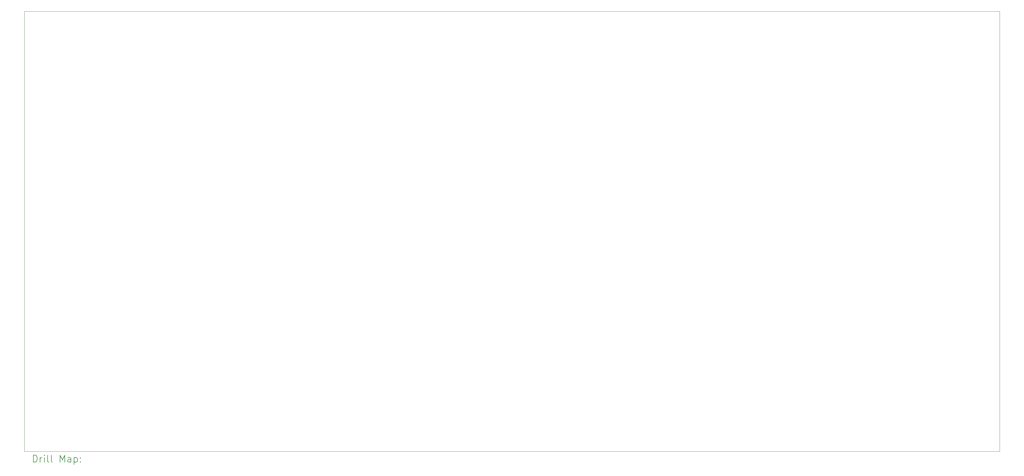
<source format=gbr>
%TF.GenerationSoftware,KiCad,Pcbnew,8.0.6*%
%TF.CreationDate,2025-04-07T11:21:34-07:00*%
%TF.ProjectId,csi_project,6373695f-7072-46f6-9a65-63742e6b6963,rev?*%
%TF.SameCoordinates,Original*%
%TF.FileFunction,Drillmap*%
%TF.FilePolarity,Positive*%
%FSLAX45Y45*%
G04 Gerber Fmt 4.5, Leading zero omitted, Abs format (unit mm)*
G04 Created by KiCad (PCBNEW 8.0.6) date 2025-04-07 11:21:34*
%MOMM*%
%LPD*%
G01*
G04 APERTURE LIST*
%ADD10C,0.050000*%
%ADD11C,0.200000*%
G04 APERTURE END LIST*
D10*
X29020000Y-580000D02*
X580000Y-580000D01*
X29020000Y-13420000D02*
X29020000Y-580000D01*
X580000Y-13420000D02*
X29020000Y-13420000D01*
X580000Y-580000D02*
X580000Y-13420000D01*
D11*
X838277Y-13733984D02*
X838277Y-13533984D01*
X838277Y-13533984D02*
X885896Y-13533984D01*
X885896Y-13533984D02*
X914467Y-13543508D01*
X914467Y-13543508D02*
X933515Y-13562555D01*
X933515Y-13562555D02*
X943039Y-13581603D01*
X943039Y-13581603D02*
X952562Y-13619698D01*
X952562Y-13619698D02*
X952562Y-13648269D01*
X952562Y-13648269D02*
X943039Y-13686365D01*
X943039Y-13686365D02*
X933515Y-13705412D01*
X933515Y-13705412D02*
X914467Y-13724460D01*
X914467Y-13724460D02*
X885896Y-13733984D01*
X885896Y-13733984D02*
X838277Y-13733984D01*
X1038277Y-13733984D02*
X1038277Y-13600650D01*
X1038277Y-13638746D02*
X1047801Y-13619698D01*
X1047801Y-13619698D02*
X1057324Y-13610174D01*
X1057324Y-13610174D02*
X1076372Y-13600650D01*
X1076372Y-13600650D02*
X1095420Y-13600650D01*
X1162086Y-13733984D02*
X1162086Y-13600650D01*
X1162086Y-13533984D02*
X1152563Y-13543508D01*
X1152563Y-13543508D02*
X1162086Y-13553031D01*
X1162086Y-13553031D02*
X1171610Y-13543508D01*
X1171610Y-13543508D02*
X1162086Y-13533984D01*
X1162086Y-13533984D02*
X1162086Y-13553031D01*
X1285896Y-13733984D02*
X1266848Y-13724460D01*
X1266848Y-13724460D02*
X1257324Y-13705412D01*
X1257324Y-13705412D02*
X1257324Y-13533984D01*
X1390658Y-13733984D02*
X1371610Y-13724460D01*
X1371610Y-13724460D02*
X1362086Y-13705412D01*
X1362086Y-13705412D02*
X1362086Y-13533984D01*
X1619229Y-13733984D02*
X1619229Y-13533984D01*
X1619229Y-13533984D02*
X1685896Y-13676841D01*
X1685896Y-13676841D02*
X1752562Y-13533984D01*
X1752562Y-13533984D02*
X1752562Y-13733984D01*
X1933515Y-13733984D02*
X1933515Y-13629222D01*
X1933515Y-13629222D02*
X1923991Y-13610174D01*
X1923991Y-13610174D02*
X1904943Y-13600650D01*
X1904943Y-13600650D02*
X1866848Y-13600650D01*
X1866848Y-13600650D02*
X1847801Y-13610174D01*
X1933515Y-13724460D02*
X1914467Y-13733984D01*
X1914467Y-13733984D02*
X1866848Y-13733984D01*
X1866848Y-13733984D02*
X1847801Y-13724460D01*
X1847801Y-13724460D02*
X1838277Y-13705412D01*
X1838277Y-13705412D02*
X1838277Y-13686365D01*
X1838277Y-13686365D02*
X1847801Y-13667317D01*
X1847801Y-13667317D02*
X1866848Y-13657793D01*
X1866848Y-13657793D02*
X1914467Y-13657793D01*
X1914467Y-13657793D02*
X1933515Y-13648269D01*
X2028753Y-13600650D02*
X2028753Y-13800650D01*
X2028753Y-13610174D02*
X2047801Y-13600650D01*
X2047801Y-13600650D02*
X2085896Y-13600650D01*
X2085896Y-13600650D02*
X2104944Y-13610174D01*
X2104944Y-13610174D02*
X2114467Y-13619698D01*
X2114467Y-13619698D02*
X2123991Y-13638746D01*
X2123991Y-13638746D02*
X2123991Y-13695888D01*
X2123991Y-13695888D02*
X2114467Y-13714936D01*
X2114467Y-13714936D02*
X2104944Y-13724460D01*
X2104944Y-13724460D02*
X2085896Y-13733984D01*
X2085896Y-13733984D02*
X2047801Y-13733984D01*
X2047801Y-13733984D02*
X2028753Y-13724460D01*
X2209705Y-13714936D02*
X2219229Y-13724460D01*
X2219229Y-13724460D02*
X2209705Y-13733984D01*
X2209705Y-13733984D02*
X2200182Y-13724460D01*
X2200182Y-13724460D02*
X2209705Y-13714936D01*
X2209705Y-13714936D02*
X2209705Y-13733984D01*
X2209705Y-13610174D02*
X2219229Y-13619698D01*
X2219229Y-13619698D02*
X2209705Y-13629222D01*
X2209705Y-13629222D02*
X2200182Y-13619698D01*
X2200182Y-13619698D02*
X2209705Y-13610174D01*
X2209705Y-13610174D02*
X2209705Y-13629222D01*
M02*

</source>
